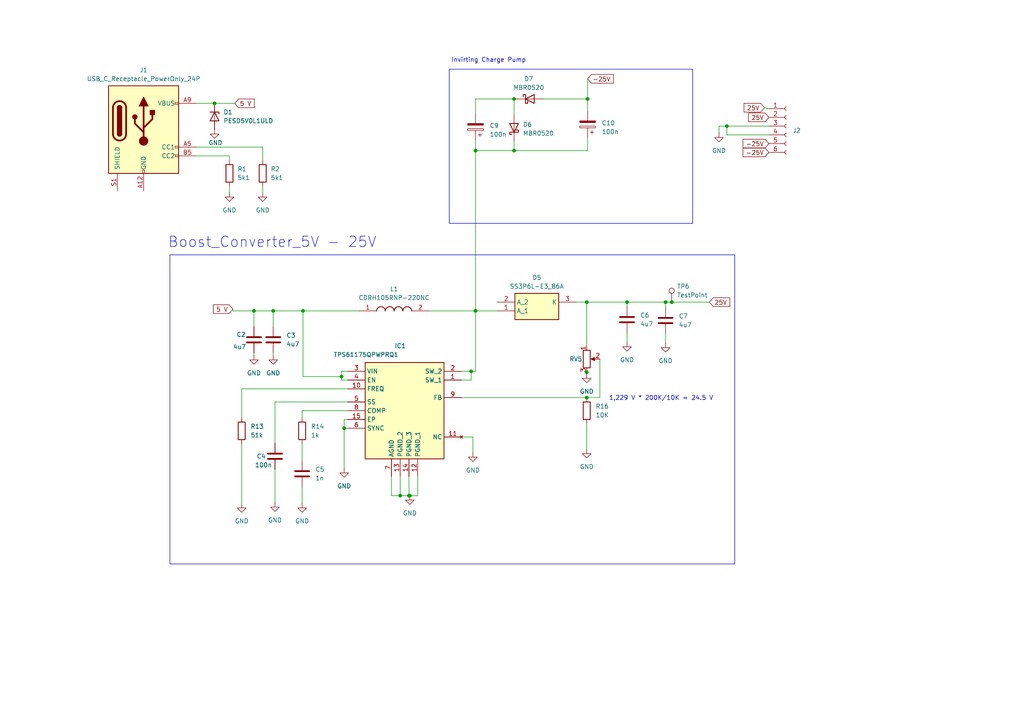
<source format=kicad_sch>
(kicad_sch (version 20250114) (generator "eeschema") (generator_version "9.0")
  (paper "A4")
  (lib_symbols
    (symbol "Amjads_Lib:CDRH105RNP-220NC" (pin_names (hide yes))
      (property "Reference" "L" (at 16.51 6.35 0))
      (property "Value" "CDRH105RNP-220NC" (at 14.732 3.81 0))
      (symbol "CDRH105RNP-220NC_1_1"
        (arc (start 5.08 0) (mid 6.35 1.219) (end 7.62 0) (stroke (width 0.254)))
        (arc (start 7.62 0) (mid 8.89 1.219) (end 10.16 0) (stroke (width 0.254)))
        (arc (start 10.16 0) (mid 11.43 1.219) (end 12.7 0) (stroke (width 0.254)))
        (arc (start 12.7 0) (mid 13.97 1.219) (end 15.24 0) (stroke (width 0.254)))
        (pin passive line (at 0 0 0) (length 5.08) (name "1") (number "1"))
        (pin passive line (at 20.32 0 180) (length 5.08) (name "2") (number "2"))
      )
    )
    (symbol "Amjads_Lib:SS3P6L-E3_86A"
      (property "Reference" "D" (at 19.05 7.62 0))
      (property "Value" "SS3P6L-E3_86A" (at 19.05 5.08 0))
      (symbol "SS3P6L-E3_86A_1_1"
        (rectangle (start 5.08 2.54) (end 17.78 -5.08) (stroke (width 0.254)) (fill (type background)))
        (pin passive line (at 0 0 0) (length 5.08) (name "A_2") (number "2"))
        (pin passive line (at 0 -2.54 0) (length 5.08) (name "A_1") (number "1"))
        (pin passive line (at 22.86 0 180) (length 5.08) (name "K") (number "3"))
      )
    )
    (symbol "Amjads_Lib:TPS61175QPWPRQ1"
      (property "Reference" "IC?" (at 15.24 7.366 0))
      (property "Value" "TPS61175QPWPRQ1" (at 5.334 4.826 0))
      (symbol "TPS61175QPWPRQ1_1_1"
        (rectangle (start 5.08 2.54) (end 27.94 -25.4) (stroke (width 0.254)) (fill (type background)))
        (pin passive line (at 0 0 0) (length 5.08) (name "VIN") (number "3"))
        (pin passive line (at 0 -2.54 0) (length 5.08) (name "EN") (number "4"))
        (pin passive line (at 0 -5.08 0) (length 5.08) (name "FREQ") (number "10"))
        (pin passive line (at 0 -8.89 0) (length 5.08) (name "SS") (number "5"))
        (pin passive line (at 0 -11.43 0) (length 5.08) (name "COMP") (number "8"))
        (pin passive line (at 0 -13.97 0) (length 5.08) (name "EP") (number "15"))
        (pin passive line (at 0 -16.51 0) (length 5.08) (name "SYNC") (number "6"))
        (pin passive line (at 12.7 -30.48 90) (length 5.08) (name "AGND") (number "7"))
        (pin passive line (at 15.24 -30.48 90) (length 5.08) (name "PGND_2") (number "13"))
        (pin passive line (at 17.78 -30.48 90) (length 5.08) (name "PGND_3") (number "14"))
        (pin passive line (at 20.32 -30.48 90) (length 5.08) (name "PGND_1") (number "12"))
        (pin passive line (at 33.02 0 180) (length 5.08) (name "SW_2") (number "2"))
        (pin passive line (at 33.02 -2.54 180) (length 5.08) (name "SW_1") (number "1"))
        (pin passive line (at 33.02 -7.62 180) (length 5.08) (name "FB") (number "9"))
        (pin no_connect line (at 33.02 -19.05 180) (length 5.08) (name "NC") (number "11"))
      )
    )
    (symbol "Connector:Conn_01x06_Socket" (pin_names (offset 1.016) (hide yes))
      (property "Reference" "J" (at 0 7.62 0))
      (property "Value" "Conn_01x06_Socket" (at 0 -10.16 0))
      (symbol "Conn_01x06_Socket_1_1"
        (polyline (pts (xy -1.27 5.08) (xy -0.508 5.08)) (stroke (width 0.1524)))
        (polyline (pts (xy -1.27 2.54) (xy -0.508 2.54)) (stroke (width 0.1524)))
        (polyline (pts (xy -1.27 0) (xy -0.508 0)) (stroke (width 0.1524)))
        (polyline (pts (xy -1.27 -2.54) (xy -0.508 -2.54)) (stroke (width 0.1524)))
        (polyline (pts (xy -1.27 -5.08) (xy -0.508 -5.08)) (stroke (width 0.1524)))
        (polyline (pts (xy -1.27 -7.62) (xy -0.508 -7.62)) (stroke (width 0.1524)))
        (arc (start 0 4.572) (mid -0.5058 5.08) (end 0 5.588) (stroke (width 0.1524)))
        (arc (start 0 2.032) (mid -0.5058 2.54) (end 0 3.048) (stroke (width 0.1524)))
        (arc (start 0 -0.508) (mid -0.5058 0) (end 0 0.508) (stroke (width 0.1524)))
        (arc (start 0 -3.048) (mid -0.5058 -2.54) (end 0 -2.032) (stroke (width 0.1524)))
        (arc (start 0 -5.588) (mid -0.5058 -5.08) (end 0 -4.572) (stroke (width 0.1524)))
        (arc (start 0 -8.128) (mid -0.5058 -7.62) (end 0 -7.112) (stroke (width 0.1524)))
        (pin passive line (at -5.08 5.08 0) (length 3.81) (name "Pin_1") (number "1"))
        (pin passive line (at -5.08 2.54 0) (length 3.81) (name "Pin_2") (number "2"))
        (pin passive line (at -5.08 0 0) (length 3.81) (name "Pin_3") (number "3"))
        (pin passive line (at -5.08 -2.54 0) (length 3.81) (name "Pin_4") (number "4"))
        (pin passive line (at -5.08 -5.08 0) (length 3.81) (name "Pin_5") (number "5"))
        (pin passive line (at -5.08 -7.62 0) (length 3.81) (name "Pin_6") (number "6"))
      )
    )
    (symbol "Connector:TestPoint" (pin_numbers (hide yes)) (pin_names (offset 0.762) (hide yes))
      (property "Reference" "TP" (at 0 6.858 0))
      (property "Value" "TestPoint" (at 0 5.08 0))
      (symbol "TestPoint_0_1"
        (circle (center 0 3.302) (radius 0.762))
      )
      (symbol "TestPoint_1_1"
        (pin passive line (at 0 0 90) (length 2.54) (name "1") (number "1"))
      )
    )
    (symbol "Connector:USB_C_Receptacle_PowerOnly_24P" (pin_names (offset 1.016))
      (property "Reference" "J" (at 0 16.51 0))
      (property "Value" "USB_C_Receptacle_PowerOnly_24P" (at 0 13.97 0))
      (symbol "USB_C_Receptacle_PowerOnly_24P_0_0"
        (rectangle (start -0.254 -12.7) (end 0.254 -11.684))
        (rectangle (start 10.16 7.874) (end 9.144 7.366))
        (rectangle (start 10.16 -4.826) (end 9.144 -5.334))
        (rectangle (start 10.16 -7.366) (end 9.144 -7.874))
      )
      (symbol "USB_C_Receptacle_PowerOnly_24P_0_1"
        (rectangle (start -10.16 12.7) (end 10.16 -12.7) (stroke (width 0.254)) (fill (type background)))
        (polyline (pts (xy -8.89 -1.27) (xy -8.89 6.35)) (stroke (width 0.508)))
        (rectangle (start -7.62 -1.27) (end -6.35 6.35) (stroke (width 0.254)) (fill (type outline)))
        (arc (start -7.62 6.35) (mid -6.985 6.9823) (end -6.35 6.35) (stroke (width 0.254)))
        (arc (start -7.62 6.35) (mid -6.985 6.9823) (end -6.35 6.35) (stroke (width 0.254)) (fill (type outline)))
        (arc (start -8.89 6.35) (mid -6.985 8.2467) (end -5.08 6.35) (stroke (width 0.508)))
        (arc (start -5.08 -1.27) (mid -6.985 -3.1667) (end -8.89 -1.27) (stroke (width 0.508)))
        (arc (start -6.35 -1.27) (mid -6.985 -1.9023) (end -7.62 -1.27) (stroke (width 0.254)))
        (arc (start -6.35 -1.27) (mid -6.985 -1.9023) (end -7.62 -1.27) (stroke (width 0.254)) (fill (type outline)))
        (polyline (pts (xy -5.08 6.35) (xy -5.08 -1.27)) (stroke (width 0.508)))
        (circle (center -2.54 3.683) (radius 0.635) (stroke (width 0.254)) (fill (type outline)))
        (polyline (pts (xy -1.27 6.858) (xy 0 9.398) (xy 1.27 6.858) (xy -1.27 6.858)) (stroke (width 0.254)) (fill (type outline)))
        (polyline (pts (xy 0 0.508) (xy 2.54 3.048) (xy 2.54 4.318)) (stroke (width 0.508)))
        (polyline (pts (xy 0 -0.762) (xy -2.54 1.778) (xy -2.54 3.048)) (stroke (width 0.508)))
        (polyline (pts (xy 0 -3.302) (xy 0 6.858)) (stroke (width 0.508)))
        (circle (center 0 -3.302) (radius 1.27) (fill (type outline)))
        (rectangle (start 1.905 4.318) (end 3.175 5.588) (stroke (width 0.254)) (fill (type outline)))
      )
      (symbol "USB_C_Receptacle_PowerOnly_24P_1_1"
        (pin passive line (at -7.62 -17.78 90) (length 5.08) (name "SHIELD") (number "S1"))
        (pin passive line (at 0 -17.78 90) (length 5.08) (hide yes) (name "GND") (number "A1"))
        (pin power_in line (at 0 -17.78 90) (length 5.08) (name "GND") (number "A12"))
        (pin passive line (at 0 -17.78 90) (length 5.08) (hide yes) (name "GND") (number "B1"))
        (pin passive line (at 0 -17.78 90) (length 5.08) (hide yes) (name "GND") (number "B12"))
        (pin passive line (at 15.24 7.62 180) (length 5.08) (hide yes) (name "VBUS") (number "A4"))
        (pin power_in line (at 15.24 7.62 180) (length 5.08) (name "VBUS") (number "A9"))
        (pin passive line (at 15.24 7.62 180) (length 5.08) (hide yes) (name "VBUS") (number "B4"))
        (pin passive line (at 15.24 7.62 180) (length 5.08) (hide yes) (name "VBUS") (number "B9"))
        (pin bidirectional line (at 15.24 -5.08 180) (length 5.08) (name "CC1") (number "A5"))
        (pin bidirectional line (at 15.24 -7.62 180) (length 5.08) (name "CC2") (number "B5"))
      )
    )
    (symbol "Device:C" (pin_numbers (hide yes)) (pin_names (offset 0.254))
      (property "Reference" "C" (at 0.635 2.54 0))
      (property "Value" "C" (at 0.635 -2.54 0))
      (symbol "C_0_1"
        (polyline (pts (xy -2.032 0.762) (xy 2.032 0.762)) (stroke (width 0.508)))
        (polyline (pts (xy -2.032 -0.762) (xy 2.032 -0.762)) (stroke (width 0.508)))
      )
      (symbol "C_1_1"
        (pin passive line (at 0 3.81 270) (length 2.794) (name "~") (number "1"))
        (pin passive line (at 0 -3.81 90) (length 2.794) (name "~") (number "2"))
      )
    )
    (symbol "Device:C_Polarized" (pin_numbers (hide yes)) (pin_names (offset 0.254))
      (property "Reference" "C" (at 0.635 2.54 0))
      (property "Value" "C_Polarized" (at 0.635 -2.54 0))
      (symbol "C_Polarized_0_1"
        (rectangle (start -2.286 0.508) (end 2.286 1.016))
        (polyline (pts (xy -1.778 2.286) (xy -0.762 2.286)))
        (polyline (pts (xy -1.27 2.794) (xy -1.27 1.778)))
        (rectangle (start 2.286 -0.508) (end -2.286 -1.016) (fill (type outline)))
      )
      (symbol "C_Polarized_1_1"
        (pin passive line (at 0 3.81 270) (length 2.794) (name "~") (number "1"))
        (pin passive line (at 0 -3.81 90) (length 2.794) (name "~") (number "2"))
      )
    )
    (symbol "Device:R" (pin_numbers (hide yes)) (pin_names (offset 0))
      (property "Reference" "R" (at 2.032 0 90))
      (property "Value" "R" (at 0 0 90))
      (symbol "R_0_1"
        (rectangle (start -1.016 -2.54) (end 1.016 2.54) (stroke (width 0.254)))
      )
      (symbol "R_1_1"
        (pin passive line (at 0 3.81 270) (length 1.27) (name "~") (number "1"))
        (pin passive line (at 0 -3.81 90) (length 1.27) (name "~") (number "2"))
      )
    )
    (symbol "Device:R_Potentiometer" (pin_names (offset 1.016) (hide yes))
      (property "Reference" "RV" (at -4.445 0 90))
      (property "Value" "R_Potentiometer" (at -2.54 0 90))
      (symbol "R_Potentiometer_0_1"
        (rectangle (start 1.016 2.54) (end -1.016 -2.54) (stroke (width 0.254)))
        (polyline (pts (xy 1.143 0) (xy 2.286 0.508) (xy 2.286 -0.508) (xy 1.143 0)) (fill (type outline)))
        (polyline (pts (xy 2.54 0) (xy 1.524 0)))
      )
      (symbol "R_Potentiometer_1_1"
        (pin passive line (at 0 3.81 270) (length 1.27) (name "1") (number "1"))
        (pin passive line (at 0 -3.81 90) (length 1.27) (name "3") (number "3"))
        (pin passive line (at 3.81 0 180) (length 1.27) (name "2") (number "2"))
      )
    )
    (symbol "Diode:MBR0520" (pin_numbers (hide yes)) (pin_names (offset 1.016) (hide yes))
      (property "Reference" "D" (at 0 2.54 0))
      (property "Value" "MBR0520" (at 0 -2.54 0))
      (symbol "MBR0520_0_1"
        (polyline (pts (xy -1.905 0.635) (xy -1.905 1.27) (xy -1.27 1.27) (xy -1.27 -1.27) (xy -0.635 -1.27) (xy -0.635 -0.635)) (stroke (width 0.254)))
        (polyline (pts (xy 1.27 1.27) (xy 1.27 -1.27) (xy -1.27 0) (xy 1.27 1.27)) (stroke (width 0.254)))
        (polyline (pts (xy 1.27 0) (xy -1.27 0)))
      )
      (symbol "MBR0520_1_1"
        (pin passive line (at -3.81 0 0) (length 2.54) (name "K") (number "1"))
        (pin passive line (at 3.81 0 180) (length 2.54) (name "A") (number "2"))
      )
    )
    (symbol "Diode:PESD5V0L1ULD" (pin_numbers (hide yes)) (pin_names (hide yes))
      (property "Reference" "D" (at 0 2.54 0))
      (property "Value" "PESD5V0L1ULD" (at 0 -2.54 0))
      (symbol "PESD5V0L1ULD_0_1"
        (polyline (pts (xy -1.27 -1.27) (xy -1.27 1.27) (xy -0.762 1.27)) (stroke (width 0.254)))
        (polyline (pts (xy 1.27 0) (xy -1.27 0)))
        (polyline (pts (xy 1.27 -1.27) (xy 1.27 1.27) (xy -1.27 0) (xy 1.27 -1.27)) (stroke (width 0.254)))
      )
      (symbol "PESD5V0L1ULD_1_1"
        (pin passive line (at -3.81 0 0) (length 2.54) (name "K") (number "1"))
        (pin passive line (at 3.81 0 180) (length 2.54) (name "A") (number "2"))
      )
    )
    (symbol "power:GND" (power) (pin_numbers (hide yes)) (pin_names (offset 0) (hide yes))
      (property "Value" "GND" (at 0 -3.81 0))
      (symbol "GND_0_1"
        (polyline (pts (xy 0 0) (xy 0 -1.27) (xy 1.27 -1.27) (xy 0 -2.54) (xy -1.27 -1.27) (xy 0 -1.27)))
      )
      (symbol "GND_1_1"
        (pin power_in line (at 0 0 270) (length 0) (name "~") (number "1"))
      )
    )
  )
  (rectangle (start 49.276 73.914) (end 213.106 163.576))
  (rectangle (start 130.302 20.066) (end 200.914 64.77))
  (text "Boost_Converter_5V - 25V" (at 78.994 70.358 0) (effects (font (size 3 3))))
  (text "Invirting Charge Pump" (at 141.732 17.526 0) (effects (font (size 1.27 1.27))))
  (text "1,229 V * 200K/10K = 24.5 V" (at 191.77 115.57 0) (effects (font (size 1.27 1.27))))
  (junction (at 170.18 107.95))
  (junction (at 99.822 124.206))
  (junction (at 136.652 107.696))
  (junction (at 194.818 87.63))
  (junction (at 137.922 43.688))
  (junction (at 193.04 87.63))
  (junction (at 62.23 29.972))
  (junction (at 79.248 90.17))
  (junction (at 116.078 143.764))
  (junction (at 149.098 43.688))
  (junction (at 118.872 143.764))
  (junction (at 73.66 90.17))
  (junction (at 99.06 109.22))
  (junction (at 149.098 28.702))
  (junction (at 87.884 90.17))
  (junction (at 181.864 87.63))
  (junction (at 210.82 36.576))
  (junction (at 170.18 87.63))
  (junction (at 170.18 115.316))
  (junction (at 118.618 143.764))
  (junction (at 137.922 90.17))
  (junction (at 170.434 28.702))
  (wire (pts (xy 170.18 87.63) (xy 170.18 100.33)))
  (wire (pts (xy 100.838 112.776) (xy 70.104 112.776)))
  (wire (pts (xy 181.864 96.52) (xy 181.864 99.314)))
  (wire (pts (xy 116.078 138.176) (xy 116.078 143.764)))
  (wire (pts (xy 76.2 42.672) (xy 76.2 46.482)))
  (wire (pts (xy 137.922 40.64) (xy 137.922 43.688)))
  (wire (pts (xy 137.922 43.688) (xy 137.922 90.17)))
  (wire (pts (xy 136.652 107.696) (xy 136.652 110.236)))
  (wire (pts (xy 137.16 126.746) (xy 137.16 131.318)))
  (wire (pts (xy 222.25 31.242) (xy 222.25 31.496)))
  (wire (pts (xy 149.098 40.894) (xy 149.098 43.688)))
  (wire (pts (xy 170.18 107.95) (xy 170.18 108.458)))
  (wire (pts (xy 113.538 143.764) (xy 116.078 143.764)))
  (wire (pts (xy 137.922 107.696) (xy 136.652 107.696)))
  (wire (pts (xy 87.63 121.158) (xy 87.63 119.126)))
  (wire (pts (xy 56.896 45.212) (xy 66.548 45.212)))
  (wire (pts (xy 118.618 143.764) (xy 118.872 143.764)))
  (wire (pts (xy 173.99 104.14) (xy 173.99 115.316)))
  (wire (pts (xy 76.2 54.102) (xy 76.2 55.88)))
  (wire (pts (xy 118.872 143.764) (xy 121.158 143.764)))
  (wire (pts (xy 149.098 43.688) (xy 170.434 43.688)))
  (wire (pts (xy 56.896 42.672) (xy 76.2 42.672)))
  (wire (pts (xy 99.06 110.236) (xy 99.06 109.22)))
  (wire (pts (xy 136.652 110.236) (xy 133.858 110.236)))
  (wire (pts (xy 70.104 128.778) (xy 70.104 146.05)))
  (wire (pts (xy 73.66 90.17) (xy 73.66 94.742)))
  (wire (pts (xy 181.864 87.63) (xy 181.864 88.9)))
  (wire (pts (xy 133.858 115.316) (xy 170.18 115.316)))
  (wire (pts (xy 157.48 28.702) (xy 170.434 28.702)))
  (wire (pts (xy 170.18 122.936) (xy 170.18 130.302)))
  (wire (pts (xy 136.652 107.696) (xy 133.858 107.696)))
  (wire (pts (xy 79.756 136.144) (xy 79.756 145.796)))
  (wire (pts (xy 87.63 141.224) (xy 87.63 146.05)))
  (wire (pts (xy 100.838 124.206) (xy 99.822 124.206)))
  (wire (pts (xy 194.818 87.63) (xy 193.04 87.63)))
  (wire (pts (xy 170.18 87.63) (xy 181.864 87.63)))
  (wire (pts (xy 113.538 138.176) (xy 113.538 143.764)))
  (wire (pts (xy 62.23 29.972) (xy 68.072 29.972)))
  (wire (pts (xy 67.564 90.17) (xy 73.66 90.17)))
  (wire (pts (xy 208.534 36.576) (xy 208.534 38.608)))
  (wire (pts (xy 87.884 109.22) (xy 99.06 109.22)))
  (wire (pts (xy 104.14 90.17) (xy 87.884 90.17)))
  (wire (pts (xy 223.012 39.116) (xy 210.82 39.116)))
  (wire (pts (xy 118.618 138.176) (xy 118.618 143.764)))
  (wire (pts (xy 193.04 96.774) (xy 193.04 99.568)))
  (wire (pts (xy 79.248 90.17) (xy 79.248 94.742)))
  (wire (pts (xy 137.922 90.17) (xy 144.272 90.17)))
  (wire (pts (xy 121.158 138.176) (xy 121.158 143.764)))
  (wire (pts (xy 73.66 90.17) (xy 79.248 90.17)))
  (wire (pts (xy 124.46 90.17) (xy 137.922 90.17)))
  (wire (pts (xy 170.434 39.878) (xy 170.434 43.688)))
  (wire (pts (xy 99.822 124.206) (xy 99.822 135.89)))
  (wire (pts (xy 79.756 116.586) (xy 79.756 128.524)))
  (wire (pts (xy 100.838 110.236) (xy 99.06 110.236)))
  (wire (pts (xy 170.18 107.442) (xy 170.18 107.95)))
  (wire (pts (xy 67.564 90.17) (xy 67.564 89.662)))
  (wire (pts (xy 133.858 126.746) (xy 137.16 126.746)))
  (wire (pts (xy 73.66 102.362) (xy 73.66 103.124)))
  (wire (pts (xy 66.548 54.102) (xy 66.548 55.88)))
  (wire (pts (xy 223.012 36.576) (xy 210.82 36.576)))
  (wire (pts (xy 170.434 22.86) (xy 170.434 28.702)))
  (wire (pts (xy 210.82 39.116) (xy 210.82 36.576)))
  (wire (pts (xy 99.822 121.666) (xy 99.822 124.206)))
  (wire (pts (xy 100.838 116.586) (xy 79.756 116.586)))
  (wire (pts (xy 79.248 102.362) (xy 79.248 103.124)))
  (wire (pts (xy 137.922 28.702) (xy 137.922 33.02)))
  (wire (pts (xy 87.884 109.22) (xy 87.884 90.17)))
  (wire (pts (xy 116.078 143.764) (xy 118.618 143.764)))
  (wire (pts (xy 70.104 112.776) (xy 70.104 121.158)))
  (wire (pts (xy 167.132 87.63) (xy 170.18 87.63)))
  (wire (pts (xy 173.99 115.316) (xy 170.18 115.316)))
  (wire (pts (xy 99.06 107.696) (xy 100.838 107.696)))
  (wire (pts (xy 87.63 128.778) (xy 87.63 133.604)))
  (wire (pts (xy 149.86 28.702) (xy 149.098 28.702)))
  (wire (pts (xy 222.25 31.496) (xy 223.012 31.496)))
  (wire (pts (xy 99.06 109.22) (xy 99.06 107.696)))
  (wire (pts (xy 221.742 31.242) (xy 222.25 31.242)))
  (wire (pts (xy 137.922 90.17) (xy 137.922 107.696)))
  (wire (pts (xy 87.63 119.126) (xy 100.838 119.126)))
  (wire (pts (xy 193.04 87.63) (xy 181.864 87.63)))
  (wire (pts (xy 170.434 28.702) (xy 170.434 32.258)))
  (wire (pts (xy 149.098 33.274) (xy 149.098 28.702)))
  (wire (pts (xy 56.896 29.972) (xy 62.23 29.972)))
  (wire (pts (xy 137.922 43.688) (xy 149.098 43.688)))
  (wire (pts (xy 205.74 87.63) (xy 194.818 87.63)))
  (wire (pts (xy 79.248 90.17) (xy 87.884 90.17)))
  (wire (pts (xy 149.098 28.702) (xy 137.922 28.702)))
  (wire (pts (xy 210.82 36.576) (xy 208.534 36.576)))
  (wire (pts (xy 66.548 45.212) (xy 66.548 46.482)))
  (wire (pts (xy 193.04 89.154) (xy 193.04 87.63)))
  (wire (pts (xy 100.838 121.666) (xy 99.822 121.666)))
  (global_label "-25V" (shape input) (at 223.012 44.196 180) (property "Intersheetrefs" "${INTERSHEET_REFS}" (effects (hide yes))))
  (global_label "25V" (shape input) (at 223.012 34.036 180) (property "Intersheetrefs" "${INTERSHEET_REFS}" (effects (hide yes))))
  (global_label "5 V" (shape input) (at 68.072 29.972 0) (property "Intersheetrefs" "${INTERSHEET_REFS}" (effects (hide yes))))
  (global_label "25V" (shape input) (at 205.74 87.63 0) (property "Intersheetrefs" "${INTERSHEET_REFS}" (effects (hide yes))))
  (global_label "-25V" (shape input) (at 223.012 41.656 180) (property "Intersheetrefs" "${INTERSHEET_REFS}" (effects (hide yes))))
  (global_label "5 V" (shape input) (at 67.564 89.662 180) (property "Intersheetrefs" "${INTERSHEET_REFS}" (effects (hide yes))))
  (global_label "25V" (shape input) (at 221.742 31.242 180) (property "Intersheetrefs" "${INTERSHEET_REFS}" (effects (hide yes))))
  (global_label "-25V" (shape input) (at 170.434 22.86 0) (property "Intersheetrefs" "${INTERSHEET_REFS}" (effects (hide yes))))
  (symbol (lib_id "Device:R") (at 70.104 124.968 0) (unit 1)
    (property "Reference" "R13" (at 72.644 123.6979 0) (effects (justify left)))
    (property "Value" "51k" (at 72.644 126.2379 0) (effects (justify left)))
    (property "Footprint" "Resistor_SMD:R_0603_1608Metric_Pad0.98x0.95mm_HandSolder" (effects (hide yes)))
    (property "Description" "Resistor" (effects (hide yes)))
  )
  (symbol (lib_id "Device:R") (at 66.548 50.292 0) (unit 1)
    (property "Reference" "R1" (at 68.834 49.0219 0) (effects (justify left)))
    (property "Value" "5k1" (at 68.834 51.5619 0) (effects (justify left)))
    (property "Footprint" "Resistor_SMD:R_1206_3216Metric_Pad1.30x1.75mm_HandSolder" (effects (hide yes)))
    (property "Description" "Resistor" (effects (hide yes)))
  )
  (symbol (lib_id "Amjads_Lib:SS3P6L-E3_86A") (at 144.272 87.63 0) (unit 1)
    (property "Reference" "D5" (at 155.702 80.518 0))
    (property "Value" "SS3P6L-E3_86A" (at 155.702 83.058 0))
    (property "Footprint" "Amjad_lib:SS3P6LE386A" (effects (hide yes)))
    (property "Datasheet" "https://www.vishay.com/docs/88987/ss3p6l.pdf" (effects (hide yes)))
    (property "Description" "Schottky Diodes & Rectifiers RECOMMENDED ALT 625-SS3P6L-M3" (effects (hide yes)))
    (property "Height" "1.2" (effects (hide yes)))
    (property "Manufacturer_Name" "Vishay" (effects (hide yes)))
    (property "Manufacturer_Part_Number" "SS3P6L-E3/86A" (effects (hide yes)))
  )
  (symbol (lib_id "Amjads_Lib:TPS61175QPWPRQ1") (at 100.838 107.696 0) (unit 1)
    (property "Reference" "IC1" (at 116.078 100.33 0))
    (property "Value" "TPS61175QPWPRQ1" (at 106.172 102.87 0))
    (property "Footprint" "Amjad_lib:SOP65P640X120-15N" (effects (hide yes)))
    (property "Datasheet" "http://www.ti.com/lit/gpn/tps61175-q1" (effects (hide yes)))
    (property "Description" "3-A High-Voltage Automotive Boost Converter with Programmable Switching Frequency" (effects (hide yes)))
    (property "Height" "1.2" (effects (hide yes)))
    (property "Mouser Part Number" "595-TPS61175QPWPRQ1" (effects (hide yes)))
    (property "Mouser Price/Stock" "https://www.mouser.co.uk/ProductDetail/Texas-Instruments/TPS61175QPWPRQ1?qs=pqSajtDZXRXN%2FojzjH2BQw%3D%3D" (effects (hide yes)))
    (property "Manufacturer_Name" "Texas Instruments" (effects (hide yes)))
    (property "Manufacturer_Part_Number" "TPS61175QPWPRQ1" (effects (hide yes)))
  )
  (symbol (lib_id "power:GND") (at 137.16 131.318 0) (unit 1)
    (property "Reference" "#PWR029" (effects (hide yes)))
    (property "Value" "GND" (at 137.16 136.398 0))
    (property "Description" "Power symbol creates a global label with name \"GND\" , ground" (effects (hide yes)))
  )
  (symbol (lib_id "Device:R") (at 87.63 124.968 0) (unit 1)
    (property "Reference" "R14" (at 90.17 123.6979 0) (effects (justify left)))
    (property "Value" "1k" (at 90.17 126.2379 0) (effects (justify left)))
    (property "Footprint" "Resistor_SMD:R_0603_1608Metric_Pad0.98x0.95mm_HandSolder" (effects (hide yes)))
    (property "Description" "Resistor" (effects (hide yes)))
  )
  (symbol (lib_id "Diode:PESD5V0L1ULD") (at 62.23 33.782 270) (unit 1)
    (property "Reference" "D1" (at 64.77 32.5119 90) (effects (justify left)))
    (property "Value" "PESD5V0L1ULD" (at 64.77 35.0519 90) (effects (justify left)))
    (property "Footprint" "Diode_SMD:D_SOD-882D" (effects (hide yes)))
    (property "Datasheet" "\"https://assets.nexperia.com/documents/data-sheet/PESD5V0L1ULD.pdf" (effects (hide yes)))
    (property "Description" "Low capacitance unidirectional ESD protection diode, 5V, SOD-882D" (effects (hide yes)))
  )
  (symbol (lib_id "power:GND") (at 170.18 108.458 0) (unit 1)
    (property "Reference" "#PWR016" (effects (hide yes)))
    (property "Value" "GND" (at 170.18 113.538 0))
    (property "Description" "Power symbol creates a global label with name \"GND\" , ground" (effects (hide yes)))
  )
  (symbol (lib_id "power:GND") (at 181.864 99.314 0) (unit 1)
    (property "Reference" "#PWR021" (effects (hide yes)))
    (property "Value" "GND" (at 181.864 104.394 0))
    (property "Description" "Power symbol creates a global label with name \"GND\" , ground" (effects (hide yes)))
  )
  (symbol (lib_id "Device:C") (at 79.756 132.334 0) (unit 1)
    (property "Reference" "C4" (at 74.422 132.334 0) (effects (justify left)))
    (property "Value" "100n" (at 73.914 134.874 0) (effects (justify left)))
    (property "Footprint" "Capacitor_SMD:C_0603_1608Metric_Pad1.08x0.95mm_HandSolder" (effects (hide yes)))
    (property "Description" "Unpolarized capacitor" (effects (hide yes)))
  )
  (symbol (lib_id "power:GND") (at 170.18 130.302 0) (unit 1)
    (property "Reference" "#PWR020" (effects (hide yes)))
    (property "Value" "GND" (at 170.18 135.382 0))
    (property "Description" "Power symbol creates a global label with name \"GND\" , ground" (effects (hide yes)))
  )
  (symbol (lib_id "Device:C") (at 87.63 137.414 0) (unit 1)
    (property "Reference" "C5" (at 91.44 136.1439 0) (effects (justify left)))
    (property "Value" "1n" (at 91.44 138.6839 0) (effects (justify left)))
    (property "Footprint" "Capacitor_SMD:C_0603_1608Metric_Pad1.08x0.95mm_HandSolder" (effects (hide yes)))
    (property "Description" "Unpolarized capacitor" (effects (hide yes)))
  )
  (symbol (lib_id "power:GND") (at 66.548 55.88 0) (unit 1)
    (property "Reference" "#PWR01" (effects (hide yes)))
    (property "Value" "GND" (at 66.548 60.96 0))
    (property "Description" "Power symbol creates a global label with name \"GND\" , ground" (effects (hide yes)))
  )
  (symbol (lib_id "Device:C_Polarized") (at 170.434 36.068 180) (unit 1)
    (property "Reference" "C10" (at 174.498 35.6869 0) (effects (justify right)))
    (property "Value" "100n" (at 174.498 38.2269 0) (effects (justify right)))
    (property "Footprint" "Capacitor_THT:CP_Radial_D5.0mm_P2.50mm" (effects (hide yes)))
    (property "Description" "Polarized capacitor" (effects (hide yes)))
  )
  (symbol (lib_id "power:GND") (at 87.63 146.05 0) (unit 1)
    (property "Reference" "#PWR023" (effects (hide yes)))
    (property "Value" "GND" (at 87.63 151.13 0))
    (property "Description" "Power symbol creates a global label with name \"GND\" , ground" (effects (hide yes)))
  )
  (symbol (lib_id "power:GND") (at 208.534 38.608 0) (unit 1)
    (property "Reference" "#PWR04" (effects (hide yes)))
    (property "Value" "GND" (at 208.534 43.688 0))
    (property "Description" "Power symbol creates a global label with name \"GND\" , ground" (effects (hide yes)))
  )
  (symbol (lib_id "Connector:USB_C_Receptacle_PowerOnly_24P") (at 41.656 37.592 0) (unit 1)
    (property "Reference" "J1" (at 41.656 20.32 0))
    (property "Value" "USB_C_Receptacle_PowerOnly_24P" (at 41.656 22.86 0))
    (property "Footprint" "Connector_USB:USB_C_Receptacle_JAE_DX07S016JA1R1500" (effects (hide yes)))
    (property "Datasheet" "https://www.usb.org/sites/default/files/documents/usb_type-c.zip" (effects (hide yes)))
    (property "Description" "USB Power-Only 24P Type-C Receptacle connector" (effects (hide yes)))
  )
  (symbol (lib_id "Device:C") (at 73.66 98.552 0) (unit 1)
    (property "Reference" "C2" (at 68.58 97.028 0) (effects (justify left)))
    (property "Value" "4u7" (at 67.564 100.584 0) (effects (justify left)))
    (property "Footprint" "Capacitor_SMD:C_1206_3216Metric_Pad1.33x1.80mm_HandSolder" (effects (hide yes)))
    (property "Description" "Unpolarized capacitor" (effects (hide yes)))
  )
  (symbol (lib_id "power:GND") (at 99.822 135.89 0) (unit 1)
    (property "Reference" "#PWR022" (effects (hide yes)))
    (property "Value" "GND" (at 99.822 140.97 0))
    (property "Description" "Power symbol creates a global label with name \"GND\" , ground" (effects (hide yes)))
  )
  (symbol (lib_id "power:GND") (at 118.872 143.764 0) (unit 1)
    (property "Reference" "#PWR019" (effects (hide yes)))
    (property "Value" "GND" (at 118.872 148.844 0))
    (property "Description" "Power symbol creates a global label with name \"GND\" , ground" (effects (hide yes)))
  )
  (symbol (lib_id "power:GND") (at 76.2 55.88 0) (unit 1)
    (property "Reference" "#PWR02" (effects (hide yes)))
    (property "Value" "GND" (at 76.2 60.96 0))
    (property "Description" "Power symbol creates a global label with name \"GND\" , ground" (effects (hide yes)))
  )
  (symbol (lib_id "Device:C") (at 193.04 92.964 0) (unit 1)
    (property "Reference" "C7" (at 196.85 91.6939 0) (effects (justify left)))
    (property "Value" "4u7" (at 196.85 94.2339 0) (effects (justify left)))
    (property "Footprint" "Capacitor_SMD:C_1206_3216Metric_Pad1.33x1.80mm_HandSolder" (effects (hide yes)))
    (property "Description" "Unpolarized capacitor" (effects (hide yes)))
  )
  (symbol (lib_id "power:GND") (at 73.66 103.124 0) (unit 1)
    (property "Reference" "#PWR027" (effects (hide yes)))
    (property "Value" "GND" (at 73.66 108.204 0))
    (property "Description" "Power symbol creates a global label with name \"GND\" , ground" (effects (hide yes)))
  )
  (symbol (lib_id "Device:C_Polarized") (at 137.922 36.83 180) (unit 1)
    (property "Reference" "C9" (at 141.986 36.4489 0) (effects (justify right)))
    (property "Value" "100n" (at 141.986 38.9889 0) (effects (justify right)))
    (property "Footprint" "Capacitor_THT:CP_Radial_D5.0mm_P2.50mm" (effects (hide yes)))
    (property "Description" "Polarized capacitor" (effects (hide yes)))
  )
  (symbol (lib_id "Diode:MBR0520") (at 149.098 37.084 90) (unit 1)
    (property "Reference" "D6" (at 151.638 36.1314 90) (effects (justify right)))
    (property "Value" "MBR0520" (at 151.638 38.6714 90) (effects (justify right)))
    (property "Footprint" "Diode_SMD:D_SOD-123" (effects (hide yes)))
    (property "Datasheet" "http://www.mccsemi.com/up_pdf/MBR0520~MBR0580(SOD123).pdf" (effects (hide yes)))
    (property "Description" "20V 0.5A Schottky Power Rectifier Diode, SOD-123" (effects (hide yes)))
  )
  (symbol (lib_id "Diode:MBR0520") (at 153.67 28.702 0) (unit 1)
    (property "Reference" "D7" (at 153.3525 22.86 0))
    (property "Value" "MBR0520" (at 153.3525 25.4 0))
    (property "Footprint" "Diode_SMD:D_SOD-123" (effects (hide yes)))
    (property "Datasheet" "http://www.mccsemi.com/up_pdf/MBR0520~MBR0580(SOD123).pdf" (effects (hide yes)))
    (property "Description" "20V 0.5A Schottky Power Rectifier Diode, SOD-123" (effects (hide yes)))
  )
  (symbol (lib_id "Device:R") (at 170.18 119.126 0) (unit 1)
    (property "Reference" "R16" (at 172.72 117.8559 0) (effects (justify left)))
    (property "Value" "10K" (at 172.72 120.3959 0) (effects (justify left)))
    (property "Footprint" "Resistor_SMD:R_0603_1608Metric_Pad0.98x0.95mm_HandSolder" (effects (hide yes)))
    (property "Description" "Resistor" (effects (hide yes)))
  )
  (symbol (lib_id "power:GND") (at 70.104 146.05 0) (unit 1)
    (property "Reference" "#PWR025" (effects (hide yes)))
    (property "Value" "GND" (at 70.104 151.13 0))
    (property "Description" "Power symbol creates a global label with name \"GND\" , ground" (effects (hide yes)))
  )
  (symbol (lib_id "Device:R") (at 76.2 50.292 0) (unit 1)
    (property "Reference" "R2" (at 78.486 49.0219 0) (effects (justify left)))
    (property "Value" "5k1" (at 78.486 51.5619 0) (effects (justify left)))
    (property "Footprint" "Resistor_SMD:R_1206_3216Metric_Pad1.30x1.75mm_HandSolder" (effects (hide yes)))
    (property "Description" "Resistor" (effects (hide yes)))
  )
  (symbol (lib_id "Connector:Conn_01x06_Socket") (at 228.092 36.576 0) (unit 1)
    (property "Reference" "J2" (at 229.87 37.8459 0) (effects (justify left)))
    (property "Value" "Conn_01x06_Socket" (effects (hide yes)))
    (property "Footprint" "Connector_PinHeader_2.00mm:PinHeader_1x06_P2.00mm_Vertical" (effects (hide yes)))
    (property "Description" "Generic connector, single row, 01x06, script generated" (effects (hide yes)))
  )
  (symbol (lib_id "power:GND") (at 79.756 145.796 0) (unit 1)
    (property "Reference" "#PWR024" (effects (hide yes)))
    (property "Value" "GND" (at 79.756 150.876 0))
    (property "Description" "Power symbol creates a global label with name \"GND\" , ground" (effects (hide yes)))
  )
  (symbol (lib_id "Amjads_Lib:CDRH105RNP-220NC") (at 104.14 90.17 0) (unit 1)
    (property "Reference" "L1" (at 114.3 83.82 0))
    (property "Value" "CDRH105RNP-220NC" (at 114.3 86.36 0))
    (property "Footprint" "Amjad_lib:INDPM102100X510N_Spule" (effects (hide yes)))
    (property "Datasheet" "https://componentsearchengine.com/Datasheets/1/CDRH105RNP-220NC.pdf" (effects (hide yes)))
    (property "Description" "Fixed Inductors 22uH 2.9A 30% SMD LP INDUCTOR" (effects (hide yes)))
    (property "Height" "5.1" (effects (hide yes)))
    (property "Mouser Part Number" "851-CDRH105RNP-220NC" (effects (hide yes)))
    (property "Mouser Price/Stock" "https://www.mouser.co.uk/ProductDetail/Sumida/CDRH105RNP-220NC?qs=yEEOfDmvQDUZDnF6uS%2FNyg%3D%3D" (effects (hide yes)))
    (property "Manufacturer_Name" "Sumida" (effects (hide yes)))
    (property "Manufacturer_Part_Number" "CDRH105RNP-220NC" (effects (hide yes)))
  )
  (symbol (lib_id "Device:C") (at 79.248 98.552 0) (unit 1)
    (property "Reference" "C3" (at 83.058 97.2819 0) (effects (justify left)))
    (property "Value" "4u7" (at 83.058 99.8219 0) (effects (justify left)))
    (property "Footprint" "Capacitor_SMD:C_1206_3216Metric_Pad1.33x1.80mm_HandSolder" (effects (hide yes)))
    (property "Description" "Unpolarized capacitor" (effects (hide yes)))
  )
  (symbol (lib_id "power:GND") (at 62.23 37.592 0) (unit 1)
    (property "Reference" "#PWR03" (effects (hide yes)))
    (property "Value" "GND" (at 62.484 41.402 0))
    (property "Description" "Power symbol creates a global label with name \"GND\" , ground" (effects (hide yes)))
  )
  (symbol (lib_id "power:GND") (at 193.04 99.568 0) (unit 1)
    (property "Reference" "#PWR028" (effects (hide yes)))
    (property "Value" "GND" (at 193.04 104.648 0))
    (property "Description" "Power symbol creates a global label with name \"GND\" , ground" (effects (hide yes)))
  )
  (symbol (lib_id "power:GND") (at 79.248 103.124 0) (unit 1)
    (property "Reference" "#PWR026" (effects (hide yes)))
    (property "Value" "GND" (at 79.248 108.204 0))
    (property "Description" "Power symbol creates a global label with name \"GND\" , ground" (effects (hide yes)))
  )
  (symbol (lib_id "Connector:TestPoint") (at 194.818 87.63 0) (unit 1)
    (property "Reference" "TP6" (at 196.342 83.0579 0) (effects (justify left)))
    (property "Value" "TestPoint" (at 196.342 85.5979 0) (effects (justify left)))
    (property "Footprint" "TestPoint:TestPoint_Pad_D1.5mm" (effects (hide yes)))
    (property "Description" "test point" (effects (hide yes)))
  )
  (symbol (lib_id "Device:R_Potentiometer") (at 170.18 104.14 0) (unit 1)
    (property "Reference" "RV5" (at 168.91 104.14 0) (effects (justify right)))
    (property "Value" "R_Potentiometer" (effects (hide yes)))
    (property "Footprint" "Potentiometer_THT:Potentiometer_Piher_PT-6-V_Vertical" (effects (hide yes)))
    (property "Description" "Potentiometer" (effects (hide yes)))
  )
  (symbol (lib_id "Device:C") (at 181.864 92.71 0) (unit 1)
    (property "Reference" "C6" (at 185.674 91.4399 0) (effects (justify left)))
    (property "Value" "4u7" (at 185.674 93.9799 0) (effects (justify left)))
    (property "Footprint" "Capacitor_SMD:C_1206_3216Metric_Pad1.33x1.80mm_HandSolder" (effects (hide yes)))
    (property "Description" "Unpolarized capacitor" (effects (hide yes)))
  )
)
</source>
